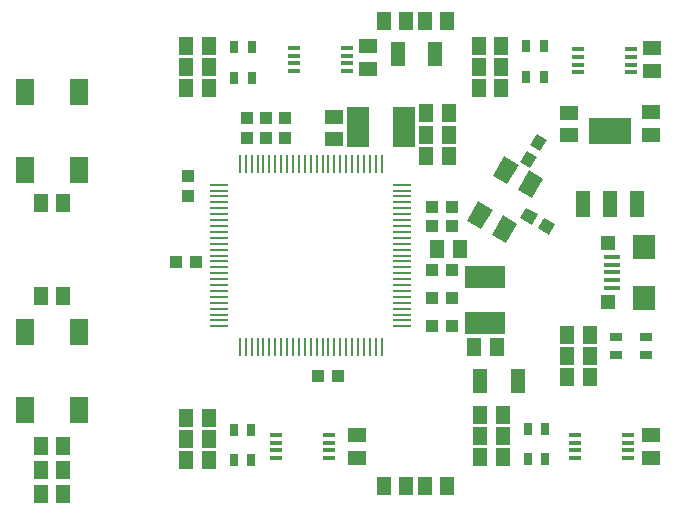
<source format=gtp>
G75*
%MOIN*%
%OFA0B0*%
%FSLAX25Y25*%
%IPPOS*%
%LPD*%
%AMOC8*
5,1,8,0,0,1.08239X$1,22.5*
%
%ADD10R,0.07480X0.05512*%
%ADD11R,0.06000X0.09000*%
%ADD12R,0.03937X0.02756*%
%ADD13R,0.07480X0.08465*%
%ADD14R,0.05118X0.04724*%
%ADD15R,0.05315X0.01378*%
%ADD16R,0.04331X0.01575*%
%ADD17R,0.02756X0.03937*%
%ADD18R,0.04800X0.08800*%
%ADD19R,0.14173X0.08661*%
%ADD20R,0.05906X0.05118*%
%ADD21R,0.05118X0.05906*%
%ADD22R,0.04331X0.03937*%
%ADD23R,0.01063X0.05906*%
%ADD24R,0.05906X0.01063*%
%ADD25R,0.03937X0.04331*%
%ADD26R,0.13386X0.07480*%
%ADD27R,0.07480X0.13386*%
%ADD28R,0.04724X0.07874*%
D10*
G36*
X0387340Y0360981D02*
X0383600Y0354505D01*
X0378828Y0357261D01*
X0382568Y0363737D01*
X0387340Y0360981D01*
G37*
G36*
X0395523Y0356257D02*
X0391783Y0349781D01*
X0387011Y0352537D01*
X0390751Y0359013D01*
X0395523Y0356257D01*
G37*
G36*
X0404184Y0371259D02*
X0400444Y0364783D01*
X0395672Y0367539D01*
X0399412Y0374015D01*
X0404184Y0371259D01*
G37*
G36*
X0396001Y0375983D02*
X0392261Y0369507D01*
X0387489Y0372263D01*
X0391229Y0378739D01*
X0396001Y0375983D01*
G37*
D11*
X0249500Y0374100D03*
X0231500Y0374100D03*
X0231500Y0400100D03*
X0249500Y0400100D03*
X0249500Y0320000D03*
X0231500Y0320000D03*
X0231500Y0294000D03*
X0249500Y0294000D03*
D12*
X0428382Y0312547D03*
X0428382Y0318453D03*
X0438618Y0318453D03*
X0438618Y0312547D03*
D13*
X0437831Y0331437D03*
X0437831Y0348563D03*
D14*
X0425823Y0349843D03*
X0425823Y0330157D03*
D15*
X0427201Y0334882D03*
X0427201Y0337441D03*
X0427201Y0340000D03*
X0427201Y0342559D03*
X0427201Y0345118D03*
D16*
X0432358Y0285839D03*
X0432358Y0283280D03*
X0432358Y0280720D03*
X0432358Y0278161D03*
X0414642Y0278161D03*
X0414642Y0280720D03*
X0414642Y0283280D03*
X0414642Y0285839D03*
X0332858Y0285839D03*
X0332858Y0283280D03*
X0332858Y0280720D03*
X0332858Y0278161D03*
X0315142Y0278161D03*
X0315142Y0280720D03*
X0315142Y0283280D03*
X0315142Y0285839D03*
X0415642Y0406661D03*
X0415642Y0409220D03*
X0415642Y0411780D03*
X0415642Y0414339D03*
X0433358Y0414339D03*
X0433358Y0411780D03*
X0433358Y0409220D03*
X0433358Y0406661D03*
X0338858Y0407161D03*
X0338858Y0409720D03*
X0338858Y0412280D03*
X0338858Y0414839D03*
X0321142Y0414839D03*
X0321142Y0412280D03*
X0321142Y0409720D03*
X0321142Y0407161D03*
D17*
X0307153Y0404882D03*
X0301247Y0404882D03*
X0301247Y0415118D03*
X0307153Y0415118D03*
X0398547Y0415418D03*
X0404453Y0415418D03*
X0404453Y0405182D03*
X0398547Y0405182D03*
X0399047Y0287918D03*
X0404953Y0287918D03*
X0404953Y0277682D03*
X0399047Y0277682D03*
X0306953Y0277382D03*
X0301047Y0277382D03*
X0301047Y0287618D03*
X0306953Y0287618D03*
D18*
X0417400Y0362800D03*
X0426500Y0362800D03*
X0435600Y0362800D03*
D19*
X0426500Y0387201D03*
D20*
X0440200Y0385960D03*
X0440200Y0393440D03*
X0440500Y0407260D03*
X0440500Y0414740D03*
X0412800Y0393240D03*
X0412800Y0385760D03*
X0345765Y0407970D03*
X0345765Y0415450D03*
X0334475Y0391813D03*
X0334475Y0384333D03*
X0342000Y0285740D03*
X0342000Y0278260D03*
X0440000Y0278260D03*
X0440000Y0285740D03*
D21*
X0236760Y0266200D03*
X0236760Y0274000D03*
X0236760Y0282000D03*
X0244240Y0282000D03*
X0244240Y0274000D03*
X0244240Y0266200D03*
X0285260Y0277500D03*
X0285260Y0284500D03*
X0285260Y0291500D03*
X0292740Y0291500D03*
X0292740Y0284500D03*
X0292740Y0277500D03*
X0351050Y0268835D03*
X0358530Y0268835D03*
X0364750Y0268835D03*
X0372230Y0268835D03*
X0383260Y0278500D03*
X0383260Y0285500D03*
X0383260Y0292500D03*
X0390740Y0292500D03*
X0390740Y0285500D03*
X0390740Y0278500D03*
X0412260Y0305000D03*
X0419740Y0305000D03*
X0419740Y0312000D03*
X0419740Y0319000D03*
X0412260Y0319000D03*
X0412260Y0312000D03*
X0388647Y0314998D03*
X0381167Y0314998D03*
X0376399Y0347768D03*
X0368918Y0347768D03*
X0365236Y0378784D03*
X0365236Y0385855D03*
X0365260Y0393000D03*
X0372740Y0393000D03*
X0372717Y0385855D03*
X0372717Y0378784D03*
X0382760Y0401500D03*
X0382760Y0408500D03*
X0382760Y0415500D03*
X0372230Y0423775D03*
X0364750Y0423775D03*
X0358480Y0423795D03*
X0351000Y0423795D03*
X0390240Y0415500D03*
X0390240Y0408500D03*
X0390240Y0401500D03*
X0292740Y0401500D03*
X0292740Y0408500D03*
X0292740Y0415500D03*
X0285260Y0415500D03*
X0285260Y0408500D03*
X0285260Y0401500D03*
X0244240Y0363000D03*
X0236760Y0363000D03*
X0236760Y0332000D03*
X0244240Y0332000D03*
D22*
X0281924Y0343525D03*
X0288617Y0343525D03*
X0329166Y0305404D03*
X0335859Y0305404D03*
X0367191Y0322312D03*
X0373884Y0322312D03*
X0373884Y0331504D03*
X0367191Y0331504D03*
X0367191Y0340697D03*
X0373884Y0340697D03*
X0373884Y0355546D03*
X0373884Y0361910D03*
X0367191Y0361910D03*
X0367191Y0355546D03*
G36*
X0400334Y0355941D02*
X0396586Y0358106D01*
X0398554Y0361513D01*
X0402302Y0359348D01*
X0400334Y0355941D01*
G37*
G36*
X0406130Y0352594D02*
X0402382Y0354759D01*
X0404350Y0358166D01*
X0408098Y0356001D01*
X0406130Y0352594D01*
G37*
G36*
X0396478Y0376738D02*
X0398643Y0380486D01*
X0402050Y0378518D01*
X0399885Y0374770D01*
X0396478Y0376738D01*
G37*
G36*
X0399825Y0382534D02*
X0401990Y0386282D01*
X0405397Y0384314D01*
X0403232Y0380566D01*
X0399825Y0382534D01*
G37*
D23*
X0350319Y0376158D03*
X0348350Y0376158D03*
X0346382Y0376158D03*
X0344413Y0376158D03*
X0342445Y0376158D03*
X0340476Y0376158D03*
X0338508Y0376158D03*
X0336539Y0376158D03*
X0334571Y0376158D03*
X0332602Y0376158D03*
X0330634Y0376158D03*
X0328665Y0376158D03*
X0326697Y0376158D03*
X0324728Y0376158D03*
X0322760Y0376158D03*
X0320791Y0376158D03*
X0318823Y0376158D03*
X0316854Y0376158D03*
X0314886Y0376158D03*
X0312917Y0376158D03*
X0310949Y0376158D03*
X0308980Y0376158D03*
X0307012Y0376158D03*
X0305043Y0376158D03*
X0303075Y0376158D03*
X0303075Y0315135D03*
X0305043Y0315135D03*
X0307012Y0315135D03*
X0308980Y0315135D03*
X0310949Y0315135D03*
X0312917Y0315135D03*
X0314886Y0315135D03*
X0316854Y0315135D03*
X0318823Y0315135D03*
X0320791Y0315135D03*
X0322760Y0315135D03*
X0324728Y0315135D03*
X0326697Y0315135D03*
X0328665Y0315135D03*
X0330634Y0315135D03*
X0332602Y0315135D03*
X0334571Y0315135D03*
X0336539Y0315135D03*
X0338508Y0315135D03*
X0340476Y0315135D03*
X0342445Y0315135D03*
X0344413Y0315135D03*
X0346382Y0315135D03*
X0348350Y0315135D03*
X0350319Y0315135D03*
D24*
X0357209Y0322024D03*
X0357209Y0323993D03*
X0357209Y0325961D03*
X0357209Y0327930D03*
X0357209Y0329898D03*
X0357209Y0331867D03*
X0357209Y0333835D03*
X0357209Y0335804D03*
X0357209Y0337772D03*
X0357209Y0339741D03*
X0357209Y0341709D03*
X0357209Y0343678D03*
X0357209Y0345646D03*
X0357209Y0347615D03*
X0357209Y0349583D03*
X0357209Y0351552D03*
X0357209Y0353520D03*
X0357209Y0355489D03*
X0357209Y0357457D03*
X0357209Y0359426D03*
X0357209Y0361394D03*
X0357209Y0363363D03*
X0357209Y0365331D03*
X0357209Y0367300D03*
X0357209Y0369269D03*
X0296185Y0369269D03*
X0296185Y0367300D03*
X0296185Y0365331D03*
X0296185Y0363363D03*
X0296185Y0361394D03*
X0296185Y0359426D03*
X0296185Y0357457D03*
X0296185Y0355489D03*
X0296185Y0353520D03*
X0296185Y0351552D03*
X0296185Y0349583D03*
X0296185Y0347615D03*
X0296185Y0345646D03*
X0296185Y0343678D03*
X0296185Y0341709D03*
X0296185Y0339741D03*
X0296185Y0337772D03*
X0296185Y0335804D03*
X0296185Y0333835D03*
X0296185Y0331867D03*
X0296185Y0329898D03*
X0296185Y0327930D03*
X0296185Y0325961D03*
X0296185Y0323993D03*
X0296185Y0322024D03*
D25*
X0285738Y0365383D03*
X0285738Y0372076D03*
X0305483Y0384726D03*
X0311847Y0384726D03*
X0318211Y0384726D03*
X0318211Y0391419D03*
X0311847Y0391419D03*
X0305483Y0391419D03*
D26*
X0384846Y0338620D03*
X0384846Y0323265D03*
D27*
X0357805Y0388646D03*
X0342451Y0388646D03*
D28*
X0355691Y0412830D03*
X0368289Y0412830D03*
X0383281Y0303760D03*
X0395879Y0303760D03*
M02*

</source>
